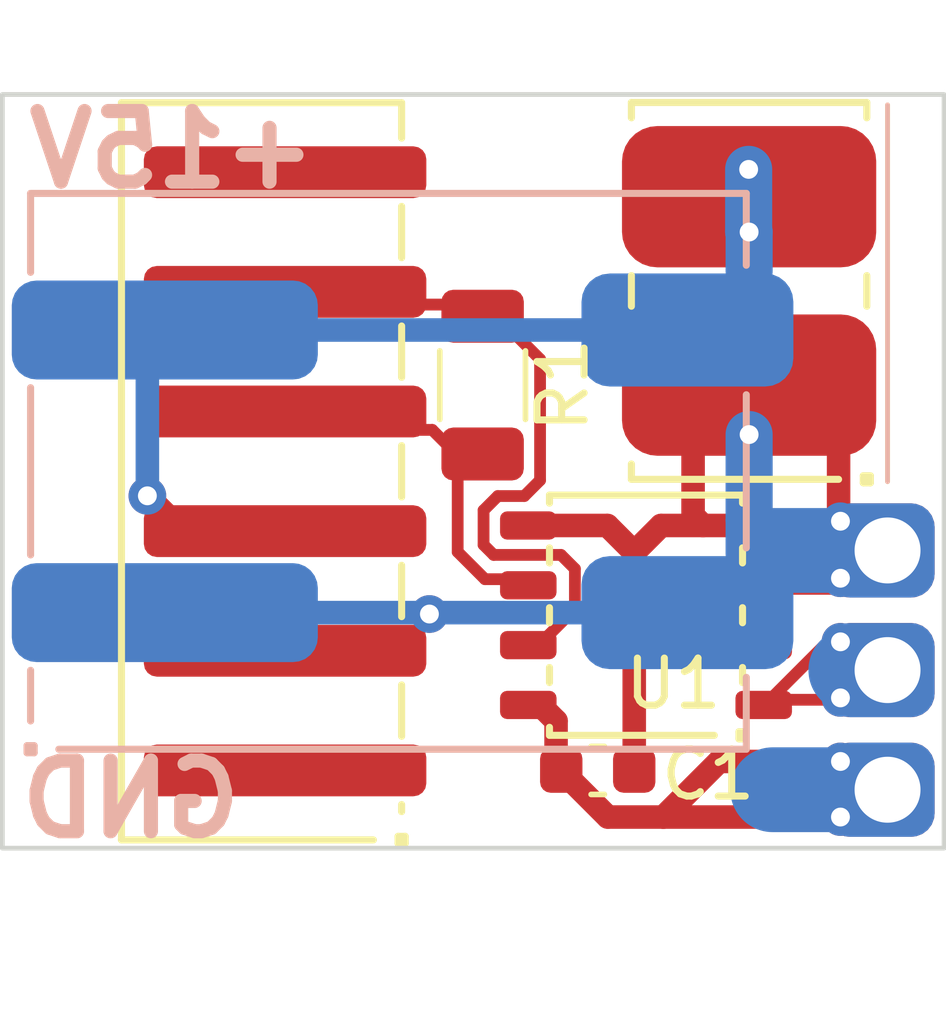
<source format=kicad_pcb>
(kicad_pcb (version 20221018) (generator pcbnew)
  (layers (0 "F.Cu" signal) (31 "B.Cu" signal) (34 "B.Paste" user) (35 "F.Paste" user) (36 "B.SilkS" user "B.Silkscreen") (37 "F.SilkS" user "F.Silkscreen") (38 "B.Mask" user) (39 "F.Mask" user) (44 "Edge.Cuts" user))
  (net 0 "")
  (net 1 "+5V")
  (net 2 "GND")
  (net 3 "+15V")
  (net 4 "DATA")
  (net 5 "RS485_A")
  (net 6 "RS485_B")
  (footprint "local:SP485" (layer "F.Cu") (at 143.67 103.055 90)
    (fp_text reference "U1" (at -1.455 0.58 unlocked) (layer "F.SilkS"))
    (fp_text value "SP485CN")
    (fp_line (start -2.625 1.975) (end -2.475 1.975) (stroke (width 0.15)) (layer "F.SilkS"))
    (fp_line (start -2.625 2.125) (end -2.625 1.975) (stroke (width 0.15)) (layer "F.SilkS"))
    (fp_line (start -2.55 -2.05) (end -2.55 1.45) (stroke (width 0.15)) (layer "F.SilkS"))
    (fp_line (start -2.475 1.975) (end -2.475 2.125) (stroke (width 0.15)) (layer "F.SilkS"))
    (fp_line (start -2.475 2.125) (end -2.625 2.125) (stroke (width 0.15)) (layer "F.SilkS"))
    (fp_line (start -2.38 -2.05) (end -2.55 -2.05) (stroke (width 0.15)) (layer "F.SilkS"))
    (fp_line (start -1.43 2.05) (end -1.11 2.05) (stroke (width 0.15)) (layer "F.SilkS"))
    (fp_line (start -1.11 -2.05) (end -1.43 -2.05) (stroke (width 0.15)) (layer "F.SilkS"))
    (fp_line (start -0.16 2.05) (end 0.16 2.05) (stroke (width 0.15)) (layer "F.SilkS"))
    (fp_line (start 0.16 -2.05) (end -0.16 -2.05) (stroke (width 0.15)) (layer "F.SilkS"))
    (fp_line (start 1.11 2.05) (end 1.43 2.05) (stroke (width 0.15)) (layer "F.SilkS"))
    (fp_line (start 1.43 -2.05) (end 1.11 -2.05) (stroke (width 0.15)) (layer "F.SilkS"))
    (fp_line (start 2.38 2.05) (end 2.55 2.05) (stroke (width 0.15)) (layer "F.SilkS"))
    (fp_line (start 2.55 -2.05) (end 2.38 -2.05) (stroke (width 0.15)) (layer "F.SilkS"))
    (fp_line (start 2.55 2.05) (end 2.55 -2.05) (stroke (width 0.15)) (layer "F.SilkS"))
    (pad "1" smd roundrect (at -1.905 2.5 90) (size 0.6 1.2) (layers "F.Cu" "F.Paste" "F.Mask") (net 4 "DATA"))
    (pad "2" smd roundrect (at -0.635 2.5 90) (size 0.6 1.2) (layers "F.Cu" "F.Paste" "F.Mask") (net 2 "GND"))
    (pad "3" smd roundrect (at 0.635 2.5 90) (size 0.6 1.2) (layers "F.Cu" "F.Paste" "F.Mask") (net 2 "GND"))
    (pad "4" smd roundrect (at 1.905 2.5 90) (size 0.6 1.2) (layers "F.Cu" "F.Paste" "F.Mask") (net 2 "GND"))
    (pad "5" smd roundrect (at 1.905 -2.5 90) (size 0.6 1.2) (layers "F.Cu" "F.Paste" "F.Mask") (net 2 "GND"))
    (pad "6" smd roundrect (at 0.635 -2.5 90) (size 0.6 1.2) (layers "F.Cu" "F.Paste" "F.Mask") (net 5 "RS485_A"))
    (pad "7" smd roundrect (at -0.635 -2.5 90) (size 0.6 1.2) (layers "F.Cu" "F.Paste" "F.Mask") (net 6 "RS485_B"))
    (pad "8" smd roundrect (at -1.905 -2.5 90) (size 0.6 1.2) (layers "F.Cu" "F.Paste" "F.Mask") (net 1 "+5V"))
  )
  (footprint "Capacitor_SMD:C_0603_1608Metric" (layer "F.Cu") (at 142.645 106.35)
    (fp_text reference "C1" (at 2.345 0.09 unlocked) (layer "F.SilkS"))
    (fp_text value "100n")
    (fp_line (start -0.14058 -0.51) (end 0.14058 -0.51) (stroke (width 0.12)) (layer "F.SilkS"))
    (fp_line (start -0.14058 0.51) (end 0.14058 0.51) (stroke (width 0.12)) (layer "F.SilkS"))
    (pad "1" smd roundrect (at -0.775 0) (size 0.9 0.95) (layers "F.Cu" "F.Paste" "F.Mask") (net 1 "+5V"))
    (pad "2" smd roundrect (at 0.775 0) (size 0.9 0.95) (layers "F.Cu" "F.Paste" "F.Mask") (net 2 "GND"))
  )
  (footprint "Resistor_SMD:R_1206_3216Metric" (layer "F.Cu") (at 140.2 98.17 90)
    (fp_text reference "R1" (at 0 1.7 90) (layer "F.SilkS"))
    (fp_text value "120R")
    (fp_line (start -0.727064 -0.91) (end 0.727064 -0.91) (stroke (width 0.12)) (layer "F.SilkS"))
    (fp_line (start -0.727064 0.91) (end 0.727064 0.91) (stroke (width 0.12)) (layer "F.SilkS"))
    (pad "1" smd roundrect (at -1.4625 0 90) (size 1.125 1.75) (layers "F.Cu" "F.Paste" "F.Mask") (roundrect_rratio 0.222222) (net 5 "RS485_A"))
    (pad "2" smd roundrect (at 1.4625 0 90) (size 1.125 1.75) (layers "F.Cu" "F.Paste" "F.Mask") (roundrect_rratio 0.222222) (net 6 "RS485_B"))
  )
  (footprint "local:Kyocera-009176002001906" (layer "F.Cu") (at 145.86 96.17 90)
    (fp_text reference "J4" hide)
    (fp_text value "Conn_01x02")
    (fp_line (start -4.075 2.425) (end -3.925 2.425) (stroke (width 0.15)) (layer "F.SilkS"))
    (fp_line (start -4.075 2.575) (end -4.075 2.425) (stroke (width 0.15)) (layer "F.SilkS"))
    (fp_line (start -4 -2.5) (end -4 1.9) (stroke (width 0.15)) (layer "F.SilkS"))
    (fp_line (start -3.925 2.425) (end -3.925 2.575) (stroke (width 0.15)) (layer "F.SilkS"))
    (fp_line (start -3.925 2.575) (end -4.075 2.575) (stroke (width 0.15)) (layer "F.SilkS"))
    (fp_line (start -3.675 -2.5) (end -4 -2.5) (stroke (width 0.15)) (layer "F.SilkS"))
    (fp_line (start -0.325 2.5) (end 0.325 2.5) (stroke (width 0.15)) (layer "F.SilkS"))
    (fp_line (start 0.325 -2.5) (end -0.325 -2.5) (stroke (width 0.15)) (layer "F.SilkS"))
    (fp_line (start 3.675 2.5) (end 4 2.5) (stroke (width 0.15)) (layer "F.SilkS"))
    (fp_line (start 4 -2.5) (end 3.675 -2.5) (stroke (width 0.15)) (layer "F.SilkS"))
    (fp_line (start 4 2.5) (end 4 -2.5) (stroke (width 0.15)) (layer "F.SilkS"))
    (pad "1" smd roundrect (at -2 0 90) (size 3 5.4) (layers "F.Cu" "F.Paste" "F.Mask") (net 2 "GND"))
    (pad "2" smd roundrect (at 2 0 90) (size 3 5.4) (layers "F.Cu" "F.Paste" "F.Mask") (net 3 "+15V"))
  )
  (footprint "local:Harting14110413002000" (layer "F.Cu") (at 136.005 100 90)
    (fp_text reference "J2" hide)
    (fp_text value "har-flexicon 2,54 MSH-4")
    (fp_line (start -7.9 2.4) (end -7.75 2.4) (stroke (width 0.15)) (layer "F.SilkS"))
    (fp_line (start -7.9 2.55) (end -7.9 2.4) (stroke (width 0.15)) (layer "F.SilkS"))
    (fp_line (start -7.825 -3.475) (end -7.825 1.875) (stroke (width 0.15)) (layer "F.SilkS"))
    (fp_line (start -7.75 2.4) (end -7.75 2.55) (stroke (width 0.15)) (layer "F.SilkS"))
    (fp_line (start -7.75 2.55) (end -7.9 2.55) (stroke (width 0.15)) (layer "F.SilkS"))
    (fp_line (start -7.225 2.475) (end -7.075 2.475) (stroke (width 0.15)) (layer "F.SilkS"))
    (fp_line (start -5.625 2.475) (end -4.535 2.475) (stroke (width 0.15)) (layer "F.SilkS"))
    (fp_line (start -3.085 2.475) (end -1.995 2.475) (stroke (width 0.15)) (layer "F.SilkS"))
    (fp_line (start -0.545 2.475) (end 0.545 2.475) (stroke (width 0.15)) (layer "F.SilkS"))
    (fp_line (start 1.995 2.475) (end 3.085 2.475) (stroke (width 0.15)) (layer "F.SilkS"))
    (fp_line (start 4.535 2.475) (end 5.625 2.475) (stroke (width 0.15)) (layer "F.SilkS"))
    (fp_line (start 7.075 2.475) (end 7.825 2.475) (stroke (width 0.15)) (layer "F.SilkS"))
    (fp_line (start 7.825 -3.475) (end -7.825 -3.475) (stroke (width 0.15)) (layer "F.SilkS"))
    (fp_line (start 7.825 2.475) (end 7.825 -3.475) (stroke (width 0.15)) (layer "F.SilkS"))
    (pad "" np_thru_hole circle (at -5.08 -0.25 90) (size 0.9 0.9) (drill 0.9) (layers "*.Cu" "*.Mask"))
    (pad "" np_thru_hole circle (at 5.08 0.25 90) (size 0.9 0.9) (drill 0.9) (layers "*.Cu" "*.Mask"))
    (pad "1" smd roundrect (at -3.81 0 90) (size 1.1 6) (layers "F.Cu" "F.Paste" "F.Mask") (net 2 "GND"))
    (pad "2" smd roundrect (at -1.27 0 90) (size 1.1 6) (layers "F.Cu" "F.Paste" "F.Mask") (net 3 "+15V"))
    (pad "3" smd roundrect (at 1.27 0 90) (size 1.1 6) (layers "F.Cu" "F.Paste" "F.Mask") (net 5 "RS485_A"))
    (pad "4" smd roundrect (at 3.81 0 90) (size 1.1 6) (layers "F.Cu" "F.Paste" "F.Mask") (net 6 "RS485_B"))
    (pad "MP1" smd roundrect (at -6.35 0 90) (size 1.1 6) (layers "F.Cu" "F.Paste" "F.Mask"))
    (pad "MP2" smd roundrect (at 6.35 0 90) (size 1.1 6) (layers "F.Cu" "F.Paste" "F.Mask"))
  )
  (footprint "local:HolesL" (layer "F.Cu") (at 148.8 104.22 -90)
    (fp_text reference "J3" hide)
    (fp_text value "Conn_01x05_Socket")
    (fp_line (start -4 0) (end -12 0) (stroke (width 0.1)) (layer "B.SilkS"))
    (fp_line (start -4 0) (end -12 0) (stroke (width 0.1)) (layer "F.SilkS"))
    (pad "1" thru_hole roundrect (at -2.54 0 270) (size 2 2.3) (drill 1.4 (offset 0 0.15)) (layers "*.Cu" "*.Mask") (net 2 "GND"))
    (pad "2" thru_hole roundrect (at 0 0 270) (size 2 2.3) (drill 1.4 (offset 0 0.15)) (layers "*.Cu" "*.Mask") (net 4 "DATA"))
    (pad "3" thru_hole roundrect (at 2.54 0 270) (size 2 2.3) (drill 1.4 (offset 0 0.15)) (layers "*.Cu" "*.Mask") (net 1 "+5V"))
  )
  (footprint "local:WAGO2061-602" (layer "B.Cu") (at 138.2 100 90)
    (fp_text reference "J1" hide)
    (fp_text value "WAGO 2061-602")
    (fp_line (start -5.975 -7.675) (end -5.975 -7.525) (stroke (width 0.15)) (layer "B.SilkS"))
    (fp_line (start -5.975 -7.525) (end -5.825 -7.525) (stroke (width 0.15)) (layer "B.SilkS"))
    (fp_line (start -5.9 7.6) (end -5.9 -7) (stroke (width 0.15)) (layer "B.SilkS"))
    (fp_line (start -5.825 -7.675) (end -5.975 -7.675) (stroke (width 0.15)) (layer "B.SilkS"))
    (fp_line (start -5.825 -7.525) (end -5.825 -7.675) (stroke (width 0.15)) (layer "B.SilkS"))
    (fp_line (start -5.3 -7.6) (end -4.225 -7.6) (stroke (width 0.15)) (layer "B.SilkS"))
    (fp_line (start -4.375 7.6) (end -5.9 7.6) (stroke (width 0.15)) (layer "B.SilkS"))
    (fp_line (start -1.775 -7.6) (end 1.775 -7.6) (stroke (width 0.15)) (layer "B.SilkS"))
    (fp_line (start 1.625 7.6) (end -1.625 7.6) (stroke (width 0.15)) (layer "B.SilkS"))
    (fp_line (start 4.225 -7.6) (end 5.9 -7.6) (stroke (width 0.15)) (layer "B.SilkS"))
    (fp_line (start 5.9 -7.6) (end 5.9 7.6) (stroke (width 0.15)) (layer "B.SilkS"))
    (fp_line (start 5.9 7.6) (end 4.375 7.6) (stroke (width 0.15)) (layer "B.SilkS"))
    (pad "1" smd roundrect (at -3 -4.75 90) (size 2.1 6.5) (layers "B.Cu" "B.Paste" "B.Mask") (net 2 "GND"))
    (pad "1" smd roundrect (at -3 6.35 90) (size 2.4 4.5) (layers "B.Cu" "B.Paste" "B.Mask") (net 2 "GND"))
    (pad "2" smd roundrect (at 3 -4.75 90) (size 2.1 6.5) (layers "B.Cu" "B.Paste" "B.Mask") (net 3 "+15V"))
    (pad "2" smd roundrect (at 3 6.35 90) (size 2.4 4.5) (layers "B.Cu" "B.Paste" "B.Mask") (net 3 "+15V"))
  )
  (gr_poly (pts (xy 150 108) (xy 150 92) (xy 130 92) (xy 130 108)) (stroke (width 0.1)) (fill none) (layer "Edge.Cuts"))
  (gr_text "GND" (at 135.21 107.84) (layer "B.SilkS") (effects (font (size 1.5 1.5) (thickness 0.3) bold) (justify left bottom mirror)))
  (gr_text "+15V" (at 136.8 94.05) (layer "B.SilkS") (effects (font (size 1.5 1.5) (thickness 0.3) bold) (justify left bottom mirror)))
  (segment (start 144.04 107.34) (end 142.86 107.34) (width 0.5) (layer "F.Cu") (net 1))
  (segment (start 141.76 106.24) (end 141.76 105.3) (width 0.5) (layer "F.Cu") (net 1))
  (segment (start 147.77 107.34) (end 144.04 107.34) (width 0.5) (layer "F.Cu") (net 1))
  (segment (start 148.92 106.63) (end 148.9 106.65) (width 0.5) (layer "F.Cu") (net 1))
  (segment (start 145.22 106.16) (end 144.04 107.34) (width 0.5) (layer "F.Cu") (net 1))
  (segment (start 141.42 104.96) (end 141.17 104.96) (width 0.5) (layer "F.Cu") (net 1))
  (segment (start 141.76 105.3) (end 141.42 104.96) (width 0.5) (layer "F.Cu") (net 1))
  (segment (start 142.86 107.34) (end 141.76 106.24) (width 0.5) (layer "F.Cu") (net 1))
  (segment (start 147.76 106.16) (end 145.22 106.16) (width 0.5) (layer "F.Cu") (net 1))
  (via (at 147.8 107.34) (size 0.8) (drill 0.4) (layers "F.Cu" "B.Cu") (net 1))
  (via (at 147.8 106.16) (size 0.8) (drill 0.4) (layers "F.Cu" "B.Cu") (net 1))
  (segment (start 146.96 106.16) (end 147.8 106.16) (width 0.25) (layer "B.Cu") (net 1))
  (segment (start 148.18 107.34) (end 148.77 106.75) (width 0.5) (layer "B.Cu") (net 1))
  (segment (start 147.76 106.21) (end 148.23 106.21) (width 0.5) (layer "B.Cu") (net 1))
  (segment (start 148.8 106.76) (end 146.36 106.76) (width 1.8) (layer "B.Cu") (net 1))
  (segment (start 147.77 107.34) (end 148.18 107.34) (width 0.5) (layer "B.Cu") (net 1))
  (segment (start 148.23 106.21) (end 148.77 106.75) (width 0.5) (layer "B.Cu") (net 1))
  (segment (start 146.36 106.76) (end 146.96 106.16) (width 0.25) (layer "B.Cu") (net 1))
  (segment (start 147.76 99.365) (end 147.76 100.955) (width 0.5) (layer "F.Cu") (net 2))
  (segment (start 143.99 101.15) (end 143.42 101.72) (width 0.5) (layer "F.Cu") (net 2))
  (segment (start 142.85 101.15) (end 143.42 101.72) (width 0.5) (layer "F.Cu") (net 2))
  (segment (start 144.67 100.94) (end 144.67 99.15) (width 0.5) (layer "F.Cu") (net 2))
  (segment (start 146.17 101.15) (end 144.88 101.15) (width 0.5) (layer "F.Cu") (net 2))
  (segment (start 146.79 101.1) (end 146.83 101.06) (width 0.5) (layer "F.Cu") (net 2))
  (segment (start 143.42 102.494125) (end 143.42 101.72) (width 0.5) (layer "F.Cu") (net 2))
  (segment (start 146.83 101.06) (end 147.8 101.06) (width 0.5) (layer "F.Cu") (net 2))
  (segment (start 146.17 101.15) (end 146.22 101.1) (width 0.5) (layer "F.Cu") (net 2))
  (segment (start 143.42 106.45) (end 143.42 102.494125) (width 0.5) (layer "F.Cu") (net 2))
  (segment (start 146.17 101.15) (end 146.17 103.69) (width 0.25) (layer "F.Cu") (net 2))
  (segment (start 141.17 101.15) (end 142.85 101.15) (width 0.5) (layer "F.Cu") (net 2))
  (segment (start 144.88 101.15) (end 143.99 101.15) (width 0.5) (layer "F.Cu") (net 2))
  (segment (start 146.22 102.37) (end 146.17 102.42) (width 0.5) (layer "F.Cu") (net 2))
  (segment (start 144.88 101.15) (end 144.67 100.94) (width 0.5) (layer "F.Cu") (net 2))
  (segment (start 146.22 101.1) (end 146.79 101.1) (width 0.5) (layer "F.Cu") (net 2))
  (segment (start 147.76 102.27) (end 147.66 102.37) (width 0.5) (layer "F.Cu") (net 2))
  (segment (start 146.2 99.3) (end 146.72 99.35) (width 0.5) (layer "F.Cu") (net 2))
  (segment (start 144.67 99.15) (end 145.62 98.2) (width 0.5) (layer "F.Cu") (net 2))
  (segment (start 147.66 102.37) (end 146.22 102.37) (width 0.5) (layer "F.Cu") (net 2))
  (via (at 147.8 101.06) (size 0.8) (drill 0.4) (layers "F.Cu" "B.Cu") (net 2))
  (via (at 139.07 103.03) (size 0.8) (drill 0.4) (layers "F.Cu" "B.Cu") (net 2))
  (via (at 145.86 99.22) (size 0.8) (drill 0.4) (layers "F.Cu" "B.Cu") (net 2))
  (via (at 147.8 102.27) (size 0.8) (drill 0.4) (layers "F.Cu" "B.Cu") (net 2))
  (segment (start 148.8 101.68) (end 146.3 101.68) (width 1.8) (layer "B.Cu") (net 2))
  (segment (start 145.86 99.22) (end 145.86 101.04) (width 1) (layer "B.Cu") (net 2))
  (segment (start 145.86 101.04) (end 145.86 101.745) (width 1) (layer "B.Cu") (net 2))
  (segment (start 136.1 103) (end 144.605 103) (width 0.5) (layer "B.Cu") (net 2))
  (segment (start 145.88 101.06) (end 145.86 101.04) (width 1) (layer "B.Cu") (net 2))
  (segment (start 148.92 101.55) (end 148.62 101.25) (width 1) (layer "B.Cu") (net 2))
  (segment (start 133.505 103) (end 135.96 103) (width 0.5) (layer "B.Cu") (net 2))
  (segment (start 148.2 102.24) (end 148.77 101.67) (width 0.5) (layer "B.Cu") (net 2))
  (segment (start 147.76 102.24) (end 148.2 102.24) (width 0.5) (layer "B.Cu") (net 2))
  (segment (start 144.32 103.55) (end 143.62 103.55) (width 1) (layer "B.Cu") (net 2))
  (segment (start 135.96 103) (end 136.03 103.07) (width 0.5) (layer "B.Cu") (net 2))
  (segment (start 136.03 103.07) (end 136.1 103) (width 0.5) (layer "B.Cu") (net 2))
  (segment (start 133.83 101.27) (end 133.08 100.52) (width 0.5) (layer "F.Cu") (net 3))
  (segment (start 136.005 101.27) (end 133.83 101.27) (width 0.5) (layer "F.Cu") (net 3))
  (via (at 145.85 93.59) (size 0.8) (drill 0.4) (layers "F.Cu" "B.Cu") (net 3))
  (via (at 133.08 100.52) (size 0.8) (drill 0.4) (layers "F.Cu" "B.Cu") (net 3))
  (via (at 145.86 94.92) (size 0.8) (drill 0.4) (layers "F.Cu" "B.Cu") (net 3))
  (segment (start 145.85 93.59) (end 145.85 94.91) (width 1) (layer "B.Cu") (net 3))
  (segment (start 133.08 100.52) (end 133.08 97.425) (width 0.5) (layer "B.Cu") (net 3))
  (segment (start 133.08 97.425) (end 133.505 97) (width 0.5) (layer "B.Cu") (net 3))
  (segment (start 145.85 94.91) (end 145.86 94.92) (width 1) (layer "B.Cu") (net 3))
  (segment (start 133.505 97) (end 144.605 97) (width 0.5) (layer "B.Cu") (net 3))
  (segment (start 145.86 94.92) (end 145.86 95.745) (width 1) (layer "B.Cu") (net 3))
  (segment (start 146.28 104.85) (end 147.73 104.85) (width 0.25) (layer "F.Cu") (net 4))
  (segment (start 146.17 104.96) (end 146.28 104.85) (width 0.25) (layer "F.Cu") (net 4))
  (segment (start 147.59 104.75) (end 148.26 104.75) (width 0.25) (layer "F.Cu") (net 4))
  (segment (start 148.26 104.75) (end 148.92 104.09) (width 0.25) (layer "F.Cu") (net 4))
  (segment (start 147.73 104.85) (end 147.77 104.81) (width 0.25) (layer "F.Cu") (net 4))
  (segment (start 147.77 103.62) (end 147.53 103.62) (width 0.25) (layer "F.Cu") (net 4))
  (segment (start 147.53 103.62) (end 146.19 104.96) (width 0.25) (layer "F.Cu") (net 4))
  (segment (start 146.19 104.96) (end 146.17 104.96) (width 0.25) (layer "F.Cu") (net 4))
  (via (at 147.8 103.62) (size 0.8) (drill 0.4) (layers "F.Cu" "B.Cu") (net 4))
  (via (at 147.8 104.81) (size 0.8) (drill 0.4) (layers "F.Cu" "B.Cu") (net 4))
  (segment (start 147.77 104.81) (end 148.17 104.81) (width 0.5) (layer "B.Cu") (net 4))
  (segment (start 147.77 103.66) (end 148.22 103.66) (width 0.5) (layer "B.Cu") (net 4))
  (segment (start 148.8 104.22) (end 148.02 104.22) (width 1.8) (layer "B.Cu") (net 4))
  (segment (start 148.17 104.81) (end 148.77 104.21) (width 0.5) (layer "B.Cu") (net 4))
  (segment (start 148.22 103.66) (end 148.77 104.21) (width 0.5) (layer "B.Cu") (net 4))
  (segment (start 135.695 98.735) (end 138.385 98.735) (width 0.25) (layer "F.Cu") (net 5))
  (segment (start 135.69 98.73) (end 135.695 98.735) (width 0.25) (layer "F.Cu") (net 5))
  (segment (start 138.385 98.735) (end 138.77 99.12) (width 0.25) (layer "F.Cu") (net 5))
  (segment (start 139.67 99.66) (end 139.67 101.71) (width 0.25) (layer "F.Cu") (net 5))
  (segment (start 140.25 102.29) (end 141.04 102.29) (width 0.25) (layer "F.Cu") (net 5))
  (segment (start 138.77 99.12) (end 139.13 99.12) (width 0.25) (layer "F.Cu") (net 5))
  (segment (start 141.04 102.29) (end 141.17 102.42) (width 0.25) (layer "F.Cu") (net 5))
  (segment (start 139.67 101.71) (end 140.25 102.29) (width 0.25) (layer "F.Cu") (net 5))
  (segment (start 139.13 99.12) (end 139.67 99.66) (width 0.25) (layer "F.Cu") (net 5))
  (segment (start 140.5075 96.7075) (end 140.2 96.7075) (width 0.25) (layer "F.Cu") (net 6))
  (segment (start 141.865 101.775) (end 140.435 101.775) (width 0.25) (layer "F.Cu") (net 6))
  (segment (start 141.17 103.69) (end 141.39 103.69) (width 0.25) (layer "F.Cu") (net 6))
  (segment (start 141.42 97.62) (end 140.5075 96.7075) (width 0.25) (layer "F.Cu") (net 6))
  (segment (start 140.22 100.828249) (end 140.523249 100.525) (width 0.25) (layer "F.Cu") (net 6))
  (segment (start 141.42 100.19) (end 141.42 97.62) (width 0.25) (layer "F.Cu") (net 6))
  (segment (start 136.275 96.46) (end 136.005 96.19) (width 0.25) (layer "F.Cu") (net 6))
  (segment (start 138.54 96.19) (end 136.005 96.19) (width 0.25) (layer "F.Cu") (net 6))
  (segment (start 139.9525 96.46) (end 136.275 96.46) (width 0.25) (layer "F.Cu") (net 6))
  (segment (start 140.435 101.775) (end 140.22 101.56) (width 0.25) (layer "F.Cu") (net 6))
  (segment (start 142.16 102.07) (end 141.865 101.775) (width 0.25) (layer "F.Cu") (net 6))
  (segment (start 141.39 103.69) (end 142.16 102.92) (width 0.25) (layer "F.Cu") (net 6))
  (segment (start 142.16 102.92) (end 142.16 102.07) (width 0.25) (layer "F.Cu") (net 6))
  (segment (start 140.523249 100.525) (end 141.085 100.525) (width 0.25) (layer "F.Cu") (net 6))
  (segment (start 135.69 96.19) (end 137.495 96.19) (width 0.25) (layer "F.Cu") (net 6))
  (segment (start 140.22 101.56) (end 140.22 100.828249) (width 0.25) (layer "F.Cu") (net 6))
  (segment (start 140.2 96.7075) (end 139.9525 96.46) (width 0.25) (layer "F.Cu") (net 6))
  (segment (start 141.085 100.525) (end 141.42 100.19) (width 0.25) (layer "F.Cu") (net 6))
)
</source>
